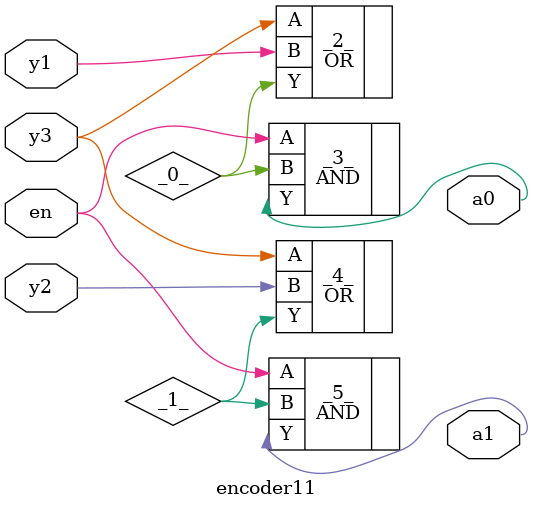
<source format=v>
/* Generated by Yosys 0.41+83 (git sha1 7045cf509, x86_64-w64-mingw32-g++ 13.2.1 -Os) */

/* cells_not_processed =  1  */
/* src = "encoder11.v:1.1-8.10" */
module encoder11(y1, y2, y3, a0, a1, en);
  wire _0_;
  wire _1_;
  /* src = "encoder11.v:3.12-3.14" */
  output a0;
  wire a0;
  /* src = "encoder11.v:3.15-3.17" */
  output a1;
  wire a1;
  /* src = "encoder11.v:2.20-2.22" */
  input en;
  wire en;
  /* src = "encoder11.v:2.11-2.13" */
  input y1;
  wire y1;
  /* src = "encoder11.v:2.14-2.16" */
  input y2;
  wire y2;
  /* src = "encoder11.v:2.17-2.19" */
  input y3;
  wire y3;
  OR _2_ (
    .A(y3),
    .B(y1),
    .Y(_0_)
  );
  AND _3_ (
    .A(en),
    .B(_0_),
    .Y(a0)
  );
  OR _4_ (
    .A(y3),
    .B(y2),
    .Y(_1_)
  );
  AND _5_ (
    .A(en),
    .B(_1_),
    .Y(a1)
  );
endmodule

</source>
